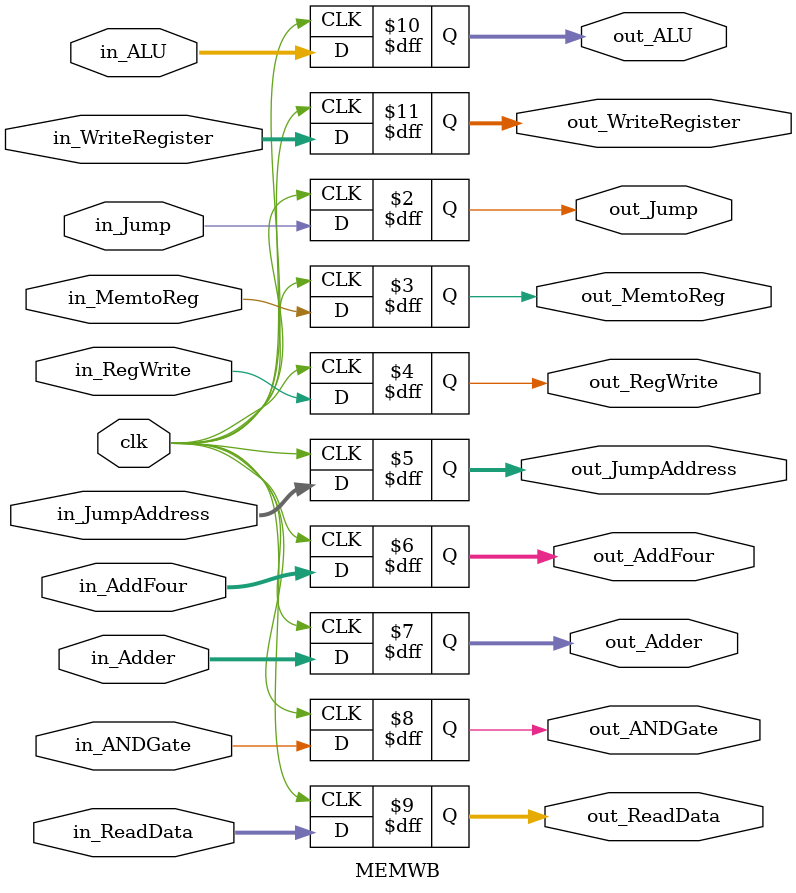
<source format=v>
module MEMWB
(
	input wire clk,
	input wire in_Jump,
	input wire in_MemtoReg,
	input wire in_RegWrite,
	input wire [27:0]in_JumpAddress,
	input wire [31:0]in_AddFour,
	input wire [31:0]in_Adder,
	input wire in_ANDGate,
	input wire [31:0]in_ReadData,
	input wire [31:0]in_ALU,
	input wire [ 4:0]in_WriteRegister,
	output reg out_Jump,
	output reg out_MemtoReg,
	output reg out_RegWrite,
	output reg [27:0]out_JumpAddress,
	output reg [31:0]out_AddFour,
	output reg [31:0]out_Adder,
	output reg out_ANDGate,
	output reg [31:0]out_ReadData,
	output reg [31:0]out_ALU,
	output reg [ 4:0]out_WriteRegister
);

	always @(posedge clk)
		begin
			out_Jump          <= in_Jump;
			out_MemtoReg      <= in_MemtoReg;
			out_RegWrite      <= in_RegWrite;
			out_JumpAddress   <= in_JumpAddress;
			out_AddFour       <= in_AddFour;
			out_Adder         <= in_Adder;
			out_ANDGate       <= in_ANDGate;
			out_ReadData      <= in_ReadData;
			out_ALU           <= in_ALU;
			out_WriteRegister <= in_WriteRegister;
		end

endmodule 
</source>
